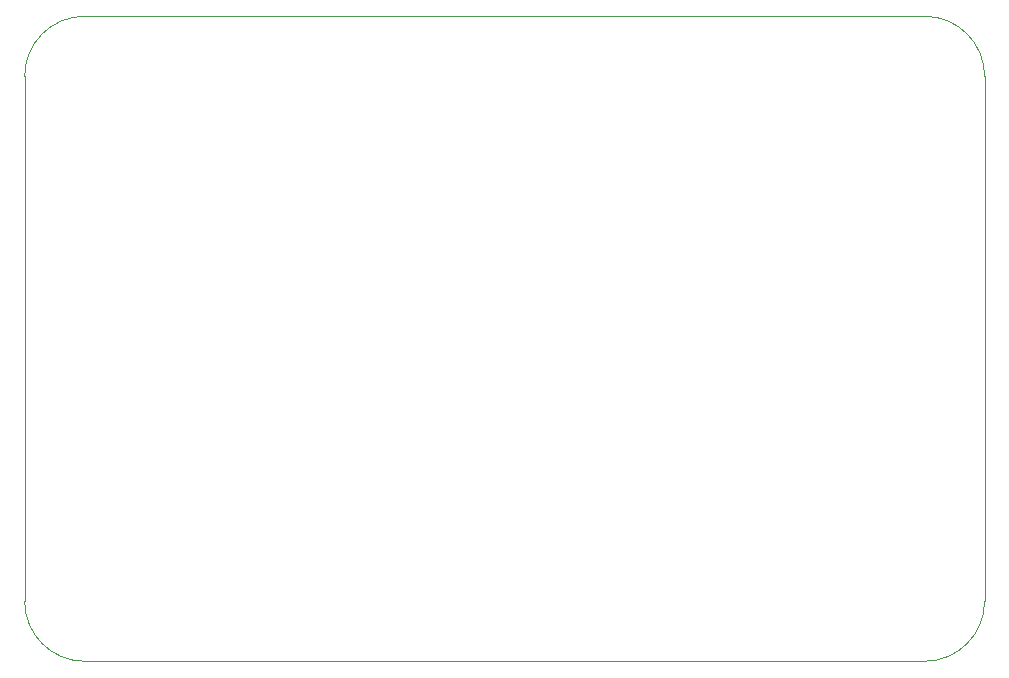
<source format=gbr>
%TF.GenerationSoftware,KiCad,Pcbnew,6.0.11-2627ca5db0~126~ubuntu22.04.1*%
%TF.CreationDate,2023-03-01T00:05:41+01:00*%
%TF.ProjectId,input-panel,696e7075-742d-4706-916e-656c2e6b6963,rev?*%
%TF.SameCoordinates,Original*%
%TF.FileFunction,Profile,NP*%
%FSLAX46Y46*%
G04 Gerber Fmt 4.6, Leading zero omitted, Abs format (unit mm)*
G04 Created by KiCad (PCBNEW 6.0.11-2627ca5db0~126~ubuntu22.04.1) date 2023-03-01 00:05:41*
%MOMM*%
%LPD*%
G01*
G04 APERTURE LIST*
%TA.AperFunction,Profile*%
%ADD10C,0.100000*%
%TD*%
G04 APERTURE END LIST*
D10*
X139700000Y-64770000D02*
G75*
G03*
X134620000Y-69850000I0J-5080000D01*
G01*
X215900000Y-69850000D02*
G75*
G03*
X210820000Y-64770000I-5080000J0D01*
G01*
X134620000Y-114300000D02*
G75*
G03*
X139700000Y-119380000I5080000J0D01*
G01*
X210820000Y-119380000D02*
G75*
G03*
X215900000Y-114300000I0J5080000D01*
G01*
X139700000Y-119380000D02*
X210820000Y-119380000D01*
X139700000Y-64770000D02*
X210820000Y-64770000D01*
X134620000Y-69850000D02*
X134620000Y-114300000D01*
X215900000Y-114300000D02*
X215900000Y-69850000D01*
M02*

</source>
